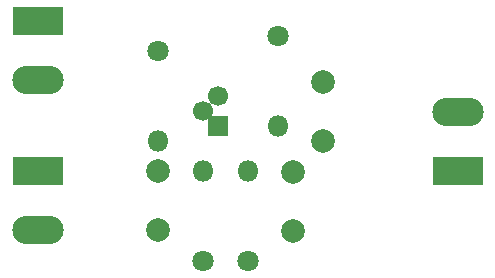
<source format=gbr>
G04 #@! TF.GenerationSoftware,KiCad,Pcbnew,(5.0.0)*
G04 #@! TF.CreationDate,2019-04-18T11:17:11+03:00*
G04 #@! TF.ProjectId,Single_transistor_AMP,53696E676C655F7472616E736973746F,rev?*
G04 #@! TF.SameCoordinates,Original*
G04 #@! TF.FileFunction,Soldermask,Top*
G04 #@! TF.FilePolarity,Negative*
%FSLAX46Y46*%
G04 Gerber Fmt 4.6, Leading zero omitted, Abs format (unit mm)*
G04 Created by KiCad (PCBNEW (5.0.0)) date 04/18/19 11:17:11*
%MOMM*%
%LPD*%
G01*
G04 APERTURE LIST*
%ADD10R,4.360000X2.380000*%
%ADD11O,4.360000X2.380000*%
%ADD12C,2.000000*%
%ADD13C,1.700000*%
%ADD14R,1.700000X1.700000*%
%ADD15C,1.800000*%
%ADD16O,1.800000X1.800000*%
G04 APERTURE END LIST*
D10*
G04 #@! TO.C,J1*
X99060000Y-55880000D03*
D11*
X99060000Y-60880000D03*
G04 #@! TD*
D12*
G04 #@! TO.C,C1*
X109220000Y-55880000D03*
X109220000Y-60880000D03*
G04 #@! TD*
G04 #@! TO.C,C2*
X123190000Y-53340000D03*
X123190000Y-48340000D03*
G04 #@! TD*
G04 #@! TO.C,C3*
X120650000Y-60960000D03*
X120650000Y-55960000D03*
G04 #@! TD*
D11*
G04 #@! TO.C,J2*
X134620000Y-50880000D03*
D10*
X134620000Y-55880000D03*
G04 #@! TD*
D13*
G04 #@! TO.C,Q1*
X113030000Y-50790000D03*
X114300000Y-49530000D03*
D14*
X114300000Y-52070000D03*
G04 #@! TD*
D15*
G04 #@! TO.C,R1*
X113030000Y-63500000D03*
D16*
X113030000Y-55880000D03*
G04 #@! TD*
G04 #@! TO.C,R2*
X109220000Y-53340000D03*
D15*
X109220000Y-45720000D03*
G04 #@! TD*
G04 #@! TO.C,R3*
X119380000Y-44450000D03*
D16*
X119380000Y-52070000D03*
G04 #@! TD*
G04 #@! TO.C,R4*
X116840000Y-55880000D03*
D15*
X116840000Y-63500000D03*
G04 #@! TD*
D10*
G04 #@! TO.C,J3*
X99060000Y-43180000D03*
D11*
X99060000Y-48180000D03*
G04 #@! TD*
M02*

</source>
